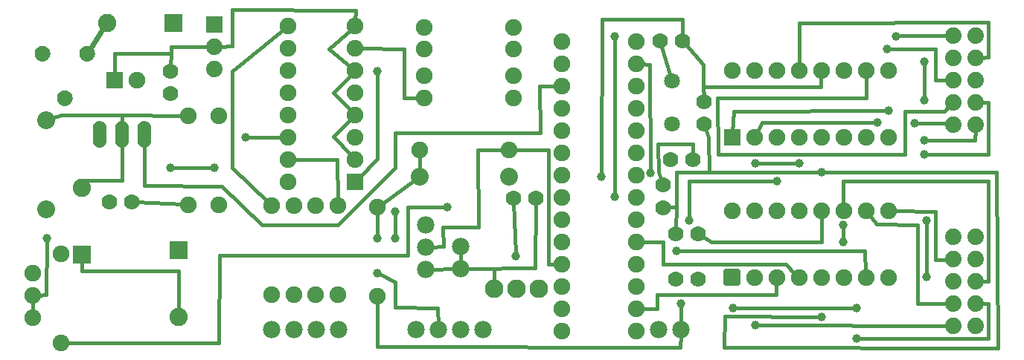
<source format=gtl>
G04 MADE WITH FRITZING*
G04 WWW.FRITZING.ORG*
G04 DOUBLE SIDED*
G04 HOLES PLATED*
G04 CONTOUR ON CENTER OF CONTOUR VECTOR*
%ASAXBY*%
%FSLAX23Y23*%
%MOIN*%
%OFA0B0*%
%SFA1.0B1.0*%
%ADD10C,0.074000*%
%ADD11C,0.039370*%
%ADD12C,0.070925*%
%ADD13C,0.070866*%
%ADD14C,0.070000*%
%ADD15C,0.082000*%
%ADD16C,0.078000*%
%ADD17C,0.083307*%
%ADD18C,0.075000*%
%ADD19C,0.060000*%
%ADD20C,0.080000*%
%ADD21C,0.074667*%
%ADD22C,0.074695*%
%ADD23R,0.082000X0.082000*%
%ADD24R,0.075000X0.075000*%
%ADD25R,0.000150X0.000150*%
%ADD26C,0.016000*%
%ADD27C,0.024000*%
%ADD28C,0.020000*%
%ADD29R,0.001000X0.001000*%
%LNCOPPER1*%
G90*
G70*
G54D10*
X4177Y533D03*
X4277Y533D03*
X4177Y433D03*
X4277Y433D03*
X4177Y333D03*
X4277Y333D03*
X4177Y233D03*
X4277Y233D03*
X4177Y133D03*
X4277Y133D03*
X4177Y533D03*
X4277Y533D03*
X4177Y433D03*
X4277Y433D03*
X4177Y333D03*
X4277Y333D03*
X4177Y233D03*
X4277Y233D03*
X4177Y133D03*
X4277Y133D03*
G54D11*
X3838Y1049D03*
X4004Y1045D03*
X2217Y449D03*
X2957Y234D03*
G54D12*
X2917Y1041D03*
G54D13*
X2917Y1234D03*
G54D14*
X3013Y880D03*
X2913Y880D03*
X2964Y1415D03*
X2864Y1415D03*
G54D11*
X4047Y966D03*
X4047Y1148D03*
X3921Y1435D03*
X4047Y903D03*
X3883Y1377D03*
X3292Y864D03*
X3488Y864D03*
X3192Y215D03*
X3744Y215D03*
X3744Y76D03*
X3685Y589D03*
X3685Y510D03*
X4058Y608D03*
X4058Y353D03*
X1598Y1277D03*
X1008Y982D03*
X870Y844D03*
X673Y844D03*
X3587Y825D03*
X2661Y1435D03*
X2661Y714D03*
X2996Y608D03*
X3390Y785D03*
X2823Y821D03*
X3291Y136D03*
X3587Y175D03*
X1677Y648D03*
X1677Y529D03*
X1598Y529D03*
X3890Y1100D03*
X2937Y470D03*
X1913Y667D03*
X2602Y805D03*
X1598Y372D03*
X4047Y1321D03*
G54D14*
X2935Y549D03*
X3035Y549D03*
X3063Y1041D03*
X3063Y1141D03*
G54D15*
X709Y474D03*
X709Y174D03*
G54D16*
X1424Y116D03*
X1324Y116D03*
X1224Y116D03*
X1124Y116D03*
G54D17*
X2322Y301D03*
X2222Y301D03*
X2122Y301D03*
G54D16*
X2857Y116D03*
X2957Y116D03*
X1972Y492D03*
X1972Y392D03*
X1815Y588D03*
X1815Y488D03*
X1815Y388D03*
G54D18*
X1789Y923D03*
X2189Y923D03*
X890Y1079D03*
X890Y679D03*
G54D10*
X4177Y1438D03*
X4277Y1438D03*
X4177Y1338D03*
X4277Y1338D03*
X4177Y1238D03*
X4277Y1238D03*
X4177Y1138D03*
X4277Y1138D03*
X4177Y1038D03*
X4277Y1038D03*
X4177Y1438D03*
X4277Y1438D03*
X4177Y1338D03*
X4277Y1338D03*
X4177Y1238D03*
X4277Y1238D03*
X4177Y1138D03*
X4277Y1138D03*
X4177Y1038D03*
X4277Y1038D03*
G54D16*
X1772Y116D03*
X1872Y116D03*
X1972Y116D03*
X2072Y116D03*
G54D18*
X2758Y111D03*
X2758Y211D03*
X2758Y311D03*
X2758Y411D03*
X2758Y511D03*
X2758Y611D03*
X2758Y711D03*
X2758Y811D03*
X2758Y911D03*
X2758Y1011D03*
X2758Y1111D03*
X2758Y1211D03*
X2758Y1311D03*
X2425Y1411D03*
X2425Y1311D03*
X2425Y1211D03*
X2425Y1111D03*
X2425Y1011D03*
X2425Y911D03*
X2425Y811D03*
X2425Y711D03*
X2425Y611D03*
X2425Y511D03*
X2425Y411D03*
X2425Y311D03*
X2425Y211D03*
X2425Y111D03*
X2758Y1411D03*
X2758Y111D03*
X2758Y211D03*
X2758Y311D03*
X2758Y411D03*
X2758Y511D03*
X2758Y611D03*
X2758Y711D03*
X2758Y811D03*
X2758Y911D03*
X2758Y1011D03*
X2758Y1111D03*
X2758Y1211D03*
X2758Y1311D03*
X2425Y1411D03*
X2425Y1311D03*
X2425Y1211D03*
X2425Y1111D03*
X2425Y1011D03*
X2425Y911D03*
X2425Y811D03*
X2425Y711D03*
X2425Y611D03*
X2425Y511D03*
X2425Y411D03*
X2425Y311D03*
X2425Y211D03*
X2425Y111D03*
X2758Y1411D03*
G54D10*
X870Y1488D03*
X870Y1388D03*
X870Y1288D03*
X870Y1488D03*
X870Y1388D03*
X870Y1288D03*
G54D18*
X1500Y781D03*
X1200Y781D03*
X1500Y881D03*
X1200Y881D03*
X1500Y981D03*
X1200Y981D03*
X1500Y1081D03*
X1200Y1081D03*
X1500Y1181D03*
X1200Y1181D03*
X1500Y1281D03*
X1200Y1281D03*
X1500Y1381D03*
X1200Y1381D03*
X1500Y1481D03*
X1200Y1481D03*
G54D14*
X299Y1356D03*
X99Y1356D03*
X199Y1156D03*
G54D18*
X3187Y352D03*
X3187Y652D03*
X3287Y352D03*
X3287Y652D03*
X3387Y352D03*
X3387Y652D03*
X3487Y352D03*
X3487Y652D03*
X3587Y352D03*
X3587Y652D03*
X3687Y352D03*
X3687Y652D03*
X3787Y352D03*
X3787Y652D03*
X3887Y352D03*
X3887Y652D03*
X3187Y982D03*
X3187Y1282D03*
X3287Y982D03*
X3287Y1282D03*
X3387Y982D03*
X3387Y1282D03*
X3487Y982D03*
X3487Y1282D03*
X3587Y982D03*
X3587Y1282D03*
X3687Y982D03*
X3687Y1282D03*
X3787Y982D03*
X3787Y1282D03*
X3887Y982D03*
X3887Y1282D03*
G54D15*
X685Y1494D03*
X387Y1494D03*
G54D19*
X555Y994D03*
X455Y994D03*
X355Y994D03*
X555Y994D03*
X455Y994D03*
X355Y994D03*
G54D18*
X421Y1238D03*
X521Y1238D03*
G54D14*
X673Y1279D03*
X673Y1179D03*
G54D18*
X1126Y674D03*
X1126Y274D03*
X1224Y674D03*
X1224Y274D03*
X1323Y674D03*
X1323Y274D03*
X1421Y674D03*
X1421Y274D03*
X2209Y1159D03*
X1809Y1159D03*
X2209Y1258D03*
X1809Y1258D03*
X2209Y1376D03*
X1809Y1376D03*
X2209Y1474D03*
X1809Y1474D03*
G54D20*
X114Y1059D03*
X114Y659D03*
G54D18*
X752Y1079D03*
X752Y679D03*
G54D14*
X398Y691D03*
X498Y691D03*
G54D15*
X275Y455D03*
X275Y753D03*
G54D20*
X2189Y805D03*
X1789Y805D03*
G54D14*
X2309Y707D03*
X2209Y707D03*
X2878Y665D03*
X2878Y766D03*
G54D18*
X1598Y667D03*
X1598Y267D03*
G54D14*
X3035Y344D03*
X2935Y344D03*
G54D18*
X181Y457D03*
X181Y57D03*
G54D21*
X55Y171D03*
X55Y271D03*
G54D22*
X55Y371D03*
G54D11*
X118Y529D03*
G54D23*
X709Y474D03*
G54D24*
X1500Y781D03*
G54D25*
X1200Y1080D03*
X1199Y1181D03*
X3486Y652D03*
G54D24*
X3187Y982D03*
G54D25*
X3486Y1282D03*
G54D23*
X686Y1494D03*
G54D24*
X421Y1238D03*
G54D23*
X275Y454D03*
G54D26*
X4303Y333D02*
X4334Y333D01*
D02*
X4152Y233D02*
X4019Y234D01*
D02*
X4152Y432D02*
X4098Y430D01*
D02*
X4303Y233D02*
X4335Y234D01*
D02*
X4152Y133D02*
X3305Y136D01*
D02*
X4145Y1045D02*
X4152Y1044D01*
D02*
X4017Y1045D02*
X4145Y1045D01*
D02*
X2911Y1255D02*
X2870Y1396D01*
D02*
X3058Y1309D02*
X2978Y1400D01*
D02*
X3057Y1206D02*
X3058Y1309D01*
D02*
X2965Y1510D02*
X2965Y1436D01*
D02*
X3012Y951D02*
X3013Y900D01*
D02*
X2854Y951D02*
X3012Y951D01*
D02*
X2858Y825D02*
X2854Y951D01*
D02*
X2217Y462D02*
X2209Y686D01*
D02*
X2122Y328D02*
X2122Y392D01*
D02*
X2122Y392D02*
X1997Y392D01*
D02*
X2871Y785D02*
X2858Y825D01*
D02*
X3057Y1206D02*
X3061Y1162D01*
D02*
X3586Y1259D02*
X3586Y1207D01*
D02*
X3586Y1207D02*
X3057Y1206D01*
D02*
X2957Y141D02*
X2957Y221D01*
D02*
X2956Y38D02*
X1598Y41D01*
D02*
X1598Y41D02*
X1598Y244D01*
D02*
X2957Y91D02*
X2956Y38D01*
D02*
X2937Y667D02*
X2935Y570D01*
D02*
X2898Y666D02*
X2937Y667D01*
D02*
X4334Y903D02*
X4061Y903D01*
D02*
X4334Y1136D02*
X4334Y903D01*
D02*
X4303Y1137D02*
X4334Y1136D01*
D02*
X4152Y1438D02*
X3934Y1436D01*
D02*
X3730Y215D02*
X3206Y215D01*
D02*
X4335Y76D02*
X3757Y76D01*
D02*
X4335Y234D02*
X4335Y76D01*
D02*
X4334Y333D02*
X4334Y785D01*
D02*
X4334Y785D02*
X3684Y785D01*
D02*
X3684Y785D02*
X3686Y675D01*
D02*
X3475Y864D02*
X3305Y864D01*
D02*
X4058Y595D02*
X4058Y366D01*
D02*
X4019Y234D02*
X4019Y589D01*
D02*
X4019Y589D02*
X3834Y592D01*
D02*
X3834Y592D02*
X3801Y634D01*
D02*
X4098Y430D02*
X4098Y648D01*
D02*
X4098Y648D02*
X3910Y652D01*
D02*
X3684Y523D02*
X3684Y575D01*
D02*
X2780Y1310D02*
X2819Y1309D01*
D02*
X1383Y1376D02*
X1482Y1295D01*
D02*
X1483Y1465D02*
X1383Y1376D01*
D02*
X1598Y884D02*
X1516Y797D01*
D02*
X1598Y1264D02*
X1598Y884D01*
D02*
X1177Y981D02*
X1021Y982D01*
D02*
X857Y844D02*
X687Y844D01*
D02*
X3188Y1005D02*
X3194Y1099D01*
D02*
X3194Y1099D02*
X3876Y1100D01*
D02*
X3082Y982D02*
X3086Y824D01*
D02*
X3069Y1022D02*
X3082Y982D01*
D02*
X3086Y824D02*
X3573Y825D01*
D02*
X2661Y1422D02*
X2661Y728D01*
D02*
X2937Y824D02*
X3086Y824D01*
D02*
X2937Y667D02*
X2937Y824D01*
D02*
X2935Y570D02*
X2937Y667D01*
D02*
X2996Y785D02*
X3376Y785D01*
D02*
X2996Y622D02*
X2996Y785D01*
D02*
X2819Y1309D02*
X2823Y834D01*
D02*
X4373Y825D02*
X3600Y825D01*
D02*
X3154Y177D02*
X3153Y38D01*
D02*
X3153Y38D02*
X4378Y34D01*
D02*
X4378Y34D02*
X4373Y825D01*
D02*
X3154Y177D02*
X3573Y175D01*
D02*
X1402Y984D02*
X1484Y897D01*
D02*
X1483Y1064D02*
X1402Y984D01*
D02*
X1402Y1181D02*
X1484Y1097D01*
D02*
X1484Y1264D02*
X1402Y1181D01*
D02*
X1677Y634D02*
X1677Y543D01*
D02*
X1598Y644D02*
X1598Y543D01*
D02*
X674Y1389D02*
X845Y1388D01*
D02*
X674Y1357D02*
X674Y1389D01*
D02*
X673Y1300D02*
X674Y1357D01*
D02*
X422Y1356D02*
X674Y1357D01*
D02*
X421Y1261D02*
X422Y1356D01*
D02*
X729Y680D02*
X518Y690D01*
G54D27*
D02*
X313Y1378D02*
X370Y1467D01*
G54D26*
D02*
X275Y789D02*
X275Y779D01*
D02*
X456Y786D02*
X275Y789D01*
D02*
X455Y968D02*
X456Y786D01*
D02*
X456Y1081D02*
X455Y1020D01*
D02*
X729Y1079D02*
X456Y1081D01*
D02*
X456Y1081D02*
X455Y1020D01*
D02*
X184Y1080D02*
X456Y1081D01*
D02*
X139Y1067D02*
X184Y1080D01*
D02*
X3487Y1493D02*
X3487Y1305D01*
D02*
X4335Y1497D02*
X3487Y1493D01*
D02*
X4334Y1340D02*
X4335Y1497D01*
D02*
X4303Y1339D02*
X4334Y1340D01*
D02*
X2853Y274D02*
X3385Y273D01*
D02*
X2780Y211D02*
X2853Y211D01*
D02*
X3385Y273D02*
X3386Y329D01*
D02*
X1223Y881D02*
X1420Y880D01*
D02*
X1717Y1159D02*
X1786Y1159D01*
D02*
X1717Y1376D02*
X1717Y1159D01*
D02*
X1523Y1380D02*
X1717Y1376D01*
D02*
X3825Y1049D02*
X3323Y1049D01*
D02*
X3961Y1096D02*
X3961Y904D01*
D02*
X4137Y1096D02*
X3961Y1096D01*
D02*
X4159Y1120D02*
X4137Y1096D01*
D02*
X3323Y1049D02*
X3297Y1002D01*
D02*
X3121Y1159D02*
X3787Y1159D01*
D02*
X3126Y904D02*
X3121Y1159D01*
D02*
X3961Y904D02*
X3126Y904D01*
D02*
X3787Y1159D02*
X3787Y1259D01*
D02*
X4152Y1238D02*
X4099Y1237D01*
D02*
X4099Y1377D02*
X3896Y1377D01*
D02*
X4099Y1237D02*
X4099Y1377D01*
D02*
X2780Y511D02*
X2878Y510D01*
D02*
X3429Y411D02*
X3470Y369D01*
D02*
X2878Y412D02*
X3429Y411D01*
D02*
X2878Y510D02*
X2878Y412D01*
D02*
X2950Y470D02*
X3783Y471D01*
D02*
X948Y844D02*
X1109Y690D01*
D02*
X1182Y1466D02*
X948Y1278D01*
D02*
X948Y1278D02*
X948Y844D01*
D02*
X3783Y471D02*
X3786Y375D01*
D02*
X2365Y412D02*
X2365Y924D01*
D02*
X2365Y924D02*
X2212Y923D01*
D02*
X2403Y412D02*
X2365Y412D01*
D02*
X2051Y576D02*
X2048Y924D01*
D02*
X1893Y576D02*
X2051Y576D01*
D02*
X2048Y924D02*
X2166Y923D01*
D02*
X1894Y490D02*
X1893Y576D01*
D02*
X1839Y489D02*
X1894Y490D01*
D02*
X2327Y1002D02*
X1678Y1001D01*
D02*
X2326Y1211D02*
X2327Y1002D01*
D02*
X2403Y1211D02*
X2326Y1211D01*
D02*
X1678Y1001D02*
X1678Y845D01*
D02*
X902Y762D02*
X555Y765D01*
D02*
X555Y765D02*
X555Y968D01*
D02*
X1082Y589D02*
X902Y762D01*
D02*
X1422Y589D02*
X1082Y589D01*
D02*
X1678Y845D02*
X1422Y589D01*
D02*
X1736Y668D02*
X1736Y450D01*
D02*
X1900Y667D02*
X1736Y668D01*
D02*
X275Y382D02*
X275Y428D01*
D02*
X709Y201D02*
X708Y380D01*
D02*
X708Y380D02*
X275Y382D01*
D02*
X1736Y450D02*
X891Y450D01*
D02*
X889Y58D02*
X204Y57D01*
D02*
X891Y450D02*
X889Y58D01*
D02*
X1972Y416D02*
X1972Y467D01*
D02*
X1839Y389D02*
X1948Y391D01*
D02*
X2605Y1510D02*
X2602Y818D01*
D02*
X3094Y510D02*
X3052Y538D01*
D02*
X3587Y510D02*
X3094Y510D01*
D02*
X3587Y629D02*
X3587Y510D01*
D02*
X2965Y1510D02*
X2605Y1510D01*
D02*
X1768Y790D02*
X1617Y681D01*
D02*
X1789Y900D02*
X1789Y831D01*
D02*
X1677Y216D02*
X1677Y332D01*
D02*
X1677Y332D02*
X1610Y366D01*
D02*
X1870Y214D02*
X1677Y216D01*
D02*
X1872Y141D02*
X1870Y214D01*
D02*
X55Y197D02*
X55Y245D01*
D02*
X1997Y392D02*
X2306Y393D01*
D02*
X2306Y393D02*
X2309Y686D01*
D02*
X1501Y1552D02*
X947Y1553D01*
D02*
X949Y1391D02*
X895Y1389D01*
D02*
X947Y1553D02*
X949Y1391D01*
D02*
X1500Y1504D02*
X1501Y1552D01*
D02*
X4047Y1161D02*
X4047Y1307D01*
D02*
X4276Y966D02*
X4061Y966D01*
D02*
X4277Y1013D02*
X4276Y966D01*
D02*
X2853Y211D02*
X2853Y274D01*
D02*
X81Y272D02*
X114Y274D01*
D02*
X114Y274D02*
X118Y516D01*
D02*
X1420Y880D02*
X1421Y697D01*
G54D28*
X3159Y380D02*
X3214Y380D01*
X3214Y325D01*
X3159Y325D01*
X3159Y380D01*
D02*
G54D29*
X833Y1524D02*
X906Y1524D01*
X833Y1523D02*
X906Y1523D01*
X833Y1522D02*
X906Y1522D01*
X833Y1521D02*
X906Y1521D01*
X833Y1520D02*
X906Y1520D01*
X833Y1519D02*
X906Y1519D01*
X833Y1518D02*
X906Y1518D01*
X833Y1517D02*
X906Y1517D01*
X833Y1516D02*
X906Y1516D01*
X833Y1515D02*
X906Y1515D01*
X833Y1514D02*
X906Y1514D01*
X833Y1513D02*
X906Y1513D01*
X833Y1512D02*
X906Y1512D01*
X833Y1511D02*
X906Y1511D01*
X833Y1510D02*
X906Y1510D01*
X833Y1509D02*
X906Y1509D01*
X833Y1508D02*
X906Y1508D01*
X833Y1507D02*
X865Y1507D01*
X874Y1507D02*
X906Y1507D01*
X833Y1506D02*
X862Y1506D01*
X877Y1506D02*
X906Y1506D01*
X833Y1505D02*
X860Y1505D01*
X879Y1505D02*
X906Y1505D01*
X833Y1504D02*
X858Y1504D01*
X881Y1504D02*
X906Y1504D01*
X833Y1503D02*
X857Y1503D01*
X882Y1503D02*
X906Y1503D01*
X833Y1502D02*
X855Y1502D01*
X883Y1502D02*
X906Y1502D01*
X833Y1501D02*
X854Y1501D01*
X884Y1501D02*
X906Y1501D01*
X833Y1500D02*
X854Y1500D01*
X885Y1500D02*
X906Y1500D01*
X833Y1499D02*
X853Y1499D01*
X886Y1499D02*
X906Y1499D01*
X833Y1498D02*
X852Y1498D01*
X887Y1498D02*
X906Y1498D01*
X833Y1497D02*
X852Y1497D01*
X887Y1497D02*
X906Y1497D01*
X833Y1496D02*
X851Y1496D01*
X888Y1496D02*
X906Y1496D01*
X833Y1495D02*
X851Y1495D01*
X888Y1495D02*
X906Y1495D01*
X833Y1494D02*
X850Y1494D01*
X888Y1494D02*
X906Y1494D01*
X833Y1493D02*
X850Y1493D01*
X889Y1493D02*
X906Y1493D01*
X833Y1492D02*
X850Y1492D01*
X889Y1492D02*
X906Y1492D01*
X833Y1491D02*
X850Y1491D01*
X889Y1491D02*
X906Y1491D01*
X833Y1490D02*
X849Y1490D01*
X889Y1490D02*
X906Y1490D01*
X833Y1489D02*
X849Y1489D01*
X889Y1489D02*
X906Y1489D01*
X833Y1488D02*
X849Y1488D01*
X890Y1488D02*
X906Y1488D01*
X833Y1487D02*
X849Y1487D01*
X889Y1487D02*
X906Y1487D01*
X833Y1486D02*
X849Y1486D01*
X889Y1486D02*
X906Y1486D01*
X833Y1485D02*
X849Y1485D01*
X889Y1485D02*
X906Y1485D01*
X833Y1484D02*
X850Y1484D01*
X889Y1484D02*
X906Y1484D01*
X833Y1483D02*
X850Y1483D01*
X889Y1483D02*
X906Y1483D01*
X833Y1482D02*
X850Y1482D01*
X889Y1482D02*
X906Y1482D01*
X833Y1481D02*
X850Y1481D01*
X888Y1481D02*
X906Y1481D01*
X833Y1480D02*
X851Y1480D01*
X888Y1480D02*
X906Y1480D01*
X833Y1479D02*
X851Y1479D01*
X887Y1479D02*
X906Y1479D01*
X833Y1478D02*
X852Y1478D01*
X887Y1478D02*
X906Y1478D01*
X833Y1477D02*
X852Y1477D01*
X886Y1477D02*
X906Y1477D01*
X833Y1476D02*
X853Y1476D01*
X886Y1476D02*
X906Y1476D01*
X833Y1475D02*
X854Y1475D01*
X885Y1475D02*
X906Y1475D01*
X833Y1474D02*
X855Y1474D01*
X884Y1474D02*
X906Y1474D01*
X833Y1473D02*
X856Y1473D01*
X883Y1473D02*
X906Y1473D01*
X833Y1472D02*
X857Y1472D01*
X882Y1472D02*
X906Y1472D01*
X833Y1471D02*
X859Y1471D01*
X880Y1471D02*
X906Y1471D01*
X833Y1470D02*
X861Y1470D01*
X878Y1470D02*
X906Y1470D01*
X833Y1469D02*
X863Y1469D01*
X876Y1469D02*
X906Y1469D01*
X833Y1468D02*
X906Y1468D01*
X833Y1467D02*
X906Y1467D01*
X833Y1466D02*
X906Y1466D01*
X833Y1465D02*
X906Y1465D01*
X833Y1464D02*
X906Y1464D01*
X833Y1463D02*
X906Y1463D01*
X833Y1462D02*
X906Y1462D01*
X833Y1461D02*
X906Y1461D01*
X833Y1460D02*
X906Y1460D01*
X833Y1459D02*
X906Y1459D01*
X833Y1458D02*
X906Y1458D01*
X833Y1457D02*
X906Y1457D01*
X833Y1456D02*
X906Y1456D01*
X833Y1455D02*
X906Y1455D01*
X833Y1454D02*
X906Y1454D01*
X833Y1453D02*
X906Y1453D01*
X833Y1452D02*
X906Y1452D01*
X833Y1451D02*
X906Y1451D01*
X95Y1391D02*
X102Y1391D01*
X295Y1391D02*
X302Y1391D01*
X90Y1390D02*
X107Y1390D01*
X290Y1390D02*
X307Y1390D01*
X87Y1389D02*
X110Y1389D01*
X287Y1389D02*
X310Y1389D01*
X85Y1388D02*
X112Y1388D01*
X285Y1388D02*
X312Y1388D01*
X83Y1387D02*
X114Y1387D01*
X283Y1387D02*
X314Y1387D01*
X81Y1386D02*
X116Y1386D01*
X281Y1386D02*
X316Y1386D01*
X79Y1385D02*
X118Y1385D01*
X279Y1385D02*
X318Y1385D01*
X78Y1384D02*
X119Y1384D01*
X278Y1384D02*
X319Y1384D01*
X77Y1383D02*
X121Y1383D01*
X277Y1383D02*
X321Y1383D01*
X75Y1382D02*
X122Y1382D01*
X275Y1382D02*
X322Y1382D01*
X74Y1381D02*
X123Y1381D01*
X274Y1381D02*
X323Y1381D01*
X73Y1380D02*
X124Y1380D01*
X273Y1380D02*
X324Y1380D01*
X73Y1379D02*
X125Y1379D01*
X273Y1379D02*
X325Y1379D01*
X72Y1378D02*
X125Y1378D01*
X272Y1378D02*
X325Y1378D01*
X71Y1377D02*
X126Y1377D01*
X271Y1377D02*
X326Y1377D01*
X70Y1376D02*
X127Y1376D01*
X270Y1376D02*
X327Y1376D01*
X70Y1375D02*
X127Y1375D01*
X270Y1375D02*
X327Y1375D01*
X69Y1374D02*
X128Y1374D01*
X269Y1374D02*
X328Y1374D01*
X69Y1373D02*
X129Y1373D01*
X269Y1373D02*
X329Y1373D01*
X68Y1372D02*
X129Y1372D01*
X268Y1372D02*
X329Y1372D01*
X68Y1371D02*
X95Y1371D01*
X102Y1371D02*
X130Y1371D01*
X268Y1371D02*
X295Y1371D01*
X302Y1371D02*
X330Y1371D01*
X67Y1370D02*
X92Y1370D01*
X105Y1370D02*
X130Y1370D01*
X267Y1370D02*
X292Y1370D01*
X305Y1370D02*
X330Y1370D01*
X67Y1369D02*
X90Y1369D01*
X107Y1369D02*
X130Y1369D01*
X267Y1369D02*
X290Y1369D01*
X307Y1369D02*
X330Y1369D01*
X66Y1368D02*
X89Y1368D01*
X108Y1368D02*
X131Y1368D01*
X266Y1368D02*
X289Y1368D01*
X308Y1368D02*
X331Y1368D01*
X66Y1367D02*
X88Y1367D01*
X110Y1367D02*
X131Y1367D01*
X266Y1367D02*
X288Y1367D01*
X310Y1367D02*
X331Y1367D01*
X66Y1366D02*
X87Y1366D01*
X110Y1366D02*
X132Y1366D01*
X266Y1366D02*
X287Y1366D01*
X310Y1366D02*
X332Y1366D01*
X65Y1365D02*
X86Y1365D01*
X111Y1365D02*
X132Y1365D01*
X265Y1365D02*
X286Y1365D01*
X311Y1365D02*
X332Y1365D01*
X65Y1364D02*
X85Y1364D01*
X112Y1364D02*
X132Y1364D01*
X265Y1364D02*
X285Y1364D01*
X312Y1364D02*
X332Y1364D01*
X65Y1363D02*
X85Y1363D01*
X113Y1363D02*
X132Y1363D01*
X265Y1363D02*
X285Y1363D01*
X313Y1363D02*
X332Y1363D01*
X65Y1362D02*
X84Y1362D01*
X113Y1362D02*
X132Y1362D01*
X265Y1362D02*
X284Y1362D01*
X313Y1362D02*
X332Y1362D01*
X65Y1361D02*
X84Y1361D01*
X113Y1361D02*
X133Y1361D01*
X264Y1361D02*
X284Y1361D01*
X313Y1361D02*
X333Y1361D01*
X64Y1360D02*
X83Y1360D01*
X114Y1360D02*
X133Y1360D01*
X264Y1360D02*
X283Y1360D01*
X314Y1360D02*
X333Y1360D01*
X64Y1359D02*
X83Y1359D01*
X114Y1359D02*
X133Y1359D01*
X264Y1359D02*
X283Y1359D01*
X314Y1359D02*
X333Y1359D01*
X64Y1358D02*
X83Y1358D01*
X114Y1358D02*
X133Y1358D01*
X264Y1358D02*
X283Y1358D01*
X314Y1358D02*
X333Y1358D01*
X64Y1357D02*
X83Y1357D01*
X114Y1357D02*
X133Y1357D01*
X264Y1357D02*
X283Y1357D01*
X314Y1357D02*
X333Y1357D01*
X64Y1356D02*
X83Y1356D01*
X114Y1356D02*
X133Y1356D01*
X264Y1356D02*
X283Y1356D01*
X314Y1356D02*
X333Y1356D01*
X64Y1355D02*
X83Y1355D01*
X114Y1355D02*
X133Y1355D01*
X264Y1355D02*
X283Y1355D01*
X314Y1355D02*
X333Y1355D01*
X64Y1354D02*
X83Y1354D01*
X114Y1354D02*
X133Y1354D01*
X264Y1354D02*
X283Y1354D01*
X314Y1354D02*
X333Y1354D01*
X64Y1353D02*
X83Y1353D01*
X114Y1353D02*
X133Y1353D01*
X264Y1353D02*
X283Y1353D01*
X314Y1353D02*
X333Y1353D01*
X64Y1352D02*
X84Y1352D01*
X114Y1352D02*
X133Y1352D01*
X264Y1352D02*
X284Y1352D01*
X314Y1352D02*
X333Y1352D01*
X65Y1351D02*
X84Y1351D01*
X113Y1351D02*
X133Y1351D01*
X265Y1351D02*
X284Y1351D01*
X313Y1351D02*
X333Y1351D01*
X65Y1350D02*
X84Y1350D01*
X113Y1350D02*
X132Y1350D01*
X265Y1350D02*
X284Y1350D01*
X313Y1350D02*
X332Y1350D01*
X65Y1349D02*
X85Y1349D01*
X112Y1349D02*
X132Y1349D01*
X265Y1349D02*
X285Y1349D01*
X312Y1349D02*
X332Y1349D01*
X65Y1348D02*
X86Y1348D01*
X112Y1348D02*
X132Y1348D01*
X265Y1348D02*
X285Y1348D01*
X312Y1348D02*
X332Y1348D01*
X66Y1347D02*
X86Y1347D01*
X111Y1347D02*
X132Y1347D01*
X266Y1347D02*
X286Y1347D01*
X311Y1347D02*
X332Y1347D01*
X66Y1346D02*
X87Y1346D01*
X110Y1346D02*
X131Y1346D01*
X266Y1346D02*
X287Y1346D01*
X310Y1346D02*
X331Y1346D01*
X66Y1345D02*
X88Y1345D01*
X109Y1345D02*
X131Y1345D01*
X266Y1345D02*
X288Y1345D01*
X309Y1345D02*
X331Y1345D01*
X67Y1344D02*
X89Y1344D01*
X108Y1344D02*
X131Y1344D01*
X267Y1344D02*
X289Y1344D01*
X308Y1344D02*
X331Y1344D01*
X67Y1343D02*
X91Y1343D01*
X106Y1343D02*
X130Y1343D01*
X267Y1343D02*
X291Y1343D01*
X306Y1343D02*
X330Y1343D01*
X67Y1342D02*
X93Y1342D01*
X104Y1342D02*
X130Y1342D01*
X267Y1342D02*
X293Y1342D01*
X304Y1342D02*
X330Y1342D01*
X68Y1341D02*
X129Y1341D01*
X268Y1341D02*
X329Y1341D01*
X68Y1340D02*
X129Y1340D01*
X268Y1340D02*
X329Y1340D01*
X69Y1339D02*
X128Y1339D01*
X269Y1339D02*
X328Y1339D01*
X69Y1338D02*
X128Y1338D01*
X269Y1338D02*
X328Y1338D01*
X70Y1337D02*
X127Y1337D01*
X270Y1337D02*
X327Y1337D01*
X71Y1336D02*
X126Y1336D01*
X271Y1336D02*
X326Y1336D01*
X71Y1335D02*
X126Y1335D01*
X271Y1335D02*
X326Y1335D01*
X72Y1334D02*
X125Y1334D01*
X272Y1334D02*
X325Y1334D01*
X73Y1333D02*
X124Y1333D01*
X273Y1333D02*
X324Y1333D01*
X74Y1332D02*
X123Y1332D01*
X274Y1332D02*
X323Y1332D01*
X75Y1331D02*
X122Y1331D01*
X275Y1331D02*
X322Y1331D01*
X76Y1330D02*
X121Y1330D01*
X276Y1330D02*
X321Y1330D01*
X77Y1329D02*
X120Y1329D01*
X277Y1329D02*
X320Y1329D01*
X79Y1328D02*
X118Y1328D01*
X279Y1328D02*
X318Y1328D01*
X80Y1327D02*
X117Y1327D01*
X280Y1327D02*
X317Y1327D01*
X82Y1326D02*
X115Y1326D01*
X282Y1326D02*
X315Y1326D01*
X84Y1325D02*
X113Y1325D01*
X284Y1325D02*
X313Y1325D01*
X86Y1324D02*
X111Y1324D01*
X286Y1324D02*
X311Y1324D01*
X89Y1323D02*
X108Y1323D01*
X289Y1323D02*
X308Y1323D01*
X93Y1322D02*
X105Y1322D01*
X293Y1322D02*
X304Y1322D01*
X195Y1191D02*
X202Y1191D01*
X190Y1190D02*
X207Y1190D01*
X187Y1189D02*
X210Y1189D01*
X185Y1188D02*
X212Y1188D01*
X183Y1187D02*
X215Y1187D01*
X181Y1186D02*
X216Y1186D01*
X179Y1185D02*
X218Y1185D01*
X178Y1184D02*
X219Y1184D01*
X176Y1183D02*
X221Y1183D01*
X175Y1182D02*
X222Y1182D01*
X174Y1181D02*
X223Y1181D01*
X173Y1180D02*
X224Y1180D01*
X172Y1179D02*
X225Y1179D01*
X172Y1178D02*
X225Y1178D01*
X171Y1177D02*
X226Y1177D01*
X170Y1176D02*
X227Y1176D01*
X170Y1175D02*
X227Y1175D01*
X169Y1174D02*
X228Y1174D01*
X168Y1173D02*
X229Y1173D01*
X168Y1172D02*
X229Y1172D01*
X168Y1171D02*
X194Y1171D01*
X203Y1171D02*
X230Y1171D01*
X167Y1170D02*
X192Y1170D01*
X206Y1170D02*
X230Y1170D01*
X167Y1169D02*
X190Y1169D01*
X207Y1169D02*
X230Y1169D01*
X166Y1168D02*
X189Y1168D01*
X208Y1168D02*
X231Y1168D01*
X166Y1167D02*
X188Y1167D01*
X210Y1167D02*
X231Y1167D01*
X166Y1166D02*
X187Y1166D01*
X211Y1166D02*
X232Y1166D01*
X165Y1165D02*
X186Y1165D01*
X211Y1165D02*
X232Y1165D01*
X165Y1164D02*
X185Y1164D01*
X212Y1164D02*
X232Y1164D01*
X165Y1163D02*
X185Y1163D01*
X213Y1163D02*
X232Y1163D01*
X165Y1162D02*
X184Y1162D01*
X213Y1162D02*
X233Y1162D01*
X164Y1161D02*
X184Y1161D01*
X213Y1161D02*
X233Y1161D01*
X164Y1160D02*
X183Y1160D01*
X214Y1160D02*
X233Y1160D01*
X164Y1159D02*
X183Y1159D01*
X214Y1159D02*
X233Y1159D01*
X164Y1158D02*
X183Y1158D01*
X214Y1158D02*
X233Y1158D01*
X164Y1157D02*
X183Y1157D01*
X214Y1157D02*
X233Y1157D01*
X164Y1156D02*
X183Y1156D01*
X214Y1156D02*
X233Y1156D01*
X164Y1155D02*
X183Y1155D01*
X214Y1155D02*
X233Y1155D01*
X164Y1154D02*
X183Y1154D01*
X214Y1154D02*
X233Y1154D01*
X164Y1153D02*
X183Y1153D01*
X214Y1153D02*
X233Y1153D01*
X164Y1152D02*
X184Y1152D01*
X214Y1152D02*
X233Y1152D01*
X165Y1151D02*
X184Y1151D01*
X213Y1151D02*
X233Y1151D01*
X165Y1150D02*
X184Y1150D01*
X213Y1150D02*
X232Y1150D01*
X165Y1149D02*
X185Y1149D01*
X212Y1149D02*
X232Y1149D01*
X165Y1148D02*
X186Y1148D01*
X212Y1148D02*
X232Y1148D01*
X166Y1147D02*
X186Y1147D01*
X211Y1147D02*
X232Y1147D01*
X166Y1146D02*
X187Y1146D01*
X210Y1146D02*
X231Y1146D01*
X166Y1145D02*
X188Y1145D01*
X209Y1145D02*
X231Y1145D01*
X167Y1144D02*
X189Y1144D01*
X208Y1144D02*
X231Y1144D01*
X167Y1143D02*
X191Y1143D01*
X206Y1143D02*
X230Y1143D01*
X167Y1142D02*
X193Y1142D01*
X204Y1142D02*
X230Y1142D01*
X168Y1141D02*
X229Y1141D01*
X168Y1140D02*
X229Y1140D01*
X169Y1139D02*
X228Y1139D01*
X169Y1138D02*
X228Y1138D01*
X170Y1137D02*
X227Y1137D01*
X171Y1136D02*
X226Y1136D01*
X171Y1135D02*
X226Y1135D01*
X172Y1134D02*
X225Y1134D01*
X173Y1133D02*
X224Y1133D01*
X174Y1132D02*
X223Y1132D01*
X175Y1131D02*
X222Y1131D01*
X176Y1130D02*
X221Y1130D01*
X177Y1129D02*
X220Y1129D01*
X179Y1128D02*
X218Y1128D01*
X180Y1127D02*
X217Y1127D01*
X182Y1126D02*
X215Y1126D01*
X184Y1125D02*
X213Y1125D01*
X186Y1124D02*
X211Y1124D01*
X189Y1123D02*
X208Y1123D01*
X193Y1122D02*
X204Y1122D01*
X352Y1054D02*
X357Y1054D01*
X452Y1054D02*
X457Y1054D01*
X552Y1054D02*
X557Y1054D01*
X347Y1053D02*
X362Y1053D01*
X447Y1053D02*
X462Y1053D01*
X547Y1053D02*
X562Y1053D01*
X344Y1052D02*
X365Y1052D01*
X444Y1052D02*
X465Y1052D01*
X544Y1052D02*
X565Y1052D01*
X342Y1051D02*
X367Y1051D01*
X442Y1051D02*
X467Y1051D01*
X542Y1051D02*
X567Y1051D01*
X340Y1050D02*
X369Y1050D01*
X440Y1050D02*
X469Y1050D01*
X540Y1050D02*
X569Y1050D01*
X338Y1049D02*
X371Y1049D01*
X438Y1049D02*
X471Y1049D01*
X538Y1049D02*
X571Y1049D01*
X337Y1048D02*
X372Y1048D01*
X437Y1048D02*
X472Y1048D01*
X537Y1048D02*
X572Y1048D01*
X336Y1047D02*
X373Y1047D01*
X436Y1047D02*
X473Y1047D01*
X536Y1047D02*
X573Y1047D01*
X334Y1046D02*
X375Y1046D01*
X434Y1046D02*
X475Y1046D01*
X534Y1046D02*
X575Y1046D01*
X333Y1045D02*
X376Y1045D01*
X433Y1045D02*
X476Y1045D01*
X533Y1045D02*
X576Y1045D01*
X332Y1044D02*
X376Y1044D01*
X432Y1044D02*
X476Y1044D01*
X532Y1044D02*
X576Y1044D01*
X332Y1043D02*
X377Y1043D01*
X432Y1043D02*
X477Y1043D01*
X532Y1043D02*
X577Y1043D01*
X331Y1042D02*
X378Y1042D01*
X431Y1042D02*
X478Y1042D01*
X531Y1042D02*
X578Y1042D01*
X330Y1041D02*
X379Y1041D01*
X430Y1041D02*
X479Y1041D01*
X530Y1041D02*
X579Y1041D01*
X330Y1040D02*
X379Y1040D01*
X430Y1040D02*
X479Y1040D01*
X529Y1040D02*
X579Y1040D01*
X329Y1039D02*
X380Y1039D01*
X429Y1039D02*
X480Y1039D01*
X529Y1039D02*
X580Y1039D01*
X328Y1038D02*
X381Y1038D01*
X428Y1038D02*
X481Y1038D01*
X528Y1038D02*
X581Y1038D01*
X328Y1037D02*
X381Y1037D01*
X428Y1037D02*
X481Y1037D01*
X528Y1037D02*
X581Y1037D01*
X327Y1036D02*
X382Y1036D01*
X427Y1036D02*
X482Y1036D01*
X527Y1036D02*
X582Y1036D01*
X327Y1035D02*
X382Y1035D01*
X427Y1035D02*
X482Y1035D01*
X527Y1035D02*
X582Y1035D01*
X327Y1034D02*
X382Y1034D01*
X427Y1034D02*
X482Y1034D01*
X527Y1034D02*
X582Y1034D01*
X326Y1033D02*
X383Y1033D01*
X426Y1033D02*
X483Y1033D01*
X526Y1033D02*
X583Y1033D01*
X326Y1032D02*
X383Y1032D01*
X426Y1032D02*
X483Y1032D01*
X526Y1032D02*
X583Y1032D01*
X326Y1031D02*
X383Y1031D01*
X426Y1031D02*
X483Y1031D01*
X526Y1031D02*
X583Y1031D01*
X326Y1030D02*
X383Y1030D01*
X426Y1030D02*
X483Y1030D01*
X526Y1030D02*
X583Y1030D01*
X325Y1029D02*
X384Y1029D01*
X425Y1029D02*
X484Y1029D01*
X525Y1029D02*
X584Y1029D01*
X325Y1028D02*
X384Y1028D01*
X425Y1028D02*
X484Y1028D01*
X525Y1028D02*
X584Y1028D01*
X325Y1027D02*
X384Y1027D01*
X425Y1027D02*
X484Y1027D01*
X525Y1027D02*
X584Y1027D01*
X325Y1026D02*
X384Y1026D01*
X425Y1026D02*
X484Y1026D01*
X525Y1026D02*
X584Y1026D01*
X325Y1025D02*
X384Y1025D01*
X425Y1025D02*
X484Y1025D01*
X525Y1025D02*
X584Y1025D01*
X325Y1024D02*
X384Y1024D01*
X425Y1024D02*
X484Y1024D01*
X525Y1024D02*
X584Y1024D01*
X325Y1023D02*
X384Y1023D01*
X425Y1023D02*
X484Y1023D01*
X525Y1023D02*
X584Y1023D01*
X325Y1022D02*
X384Y1022D01*
X425Y1022D02*
X484Y1022D01*
X525Y1022D02*
X584Y1022D01*
X325Y1021D02*
X384Y1021D01*
X425Y1021D02*
X484Y1021D01*
X525Y1021D02*
X584Y1021D01*
X325Y1020D02*
X384Y1020D01*
X425Y1020D02*
X484Y1020D01*
X525Y1020D02*
X584Y1020D01*
X325Y1019D02*
X384Y1019D01*
X425Y1019D02*
X484Y1019D01*
X525Y1019D02*
X584Y1019D01*
X325Y1018D02*
X384Y1018D01*
X425Y1018D02*
X484Y1018D01*
X525Y1018D02*
X584Y1018D01*
X325Y1017D02*
X384Y1017D01*
X425Y1017D02*
X484Y1017D01*
X525Y1017D02*
X584Y1017D01*
X325Y1016D02*
X384Y1016D01*
X425Y1016D02*
X484Y1016D01*
X525Y1016D02*
X584Y1016D01*
X325Y1015D02*
X384Y1015D01*
X425Y1015D02*
X484Y1015D01*
X525Y1015D02*
X584Y1015D01*
X325Y1014D02*
X352Y1014D01*
X357Y1014D02*
X384Y1014D01*
X425Y1014D02*
X452Y1014D01*
X457Y1014D02*
X484Y1014D01*
X525Y1014D02*
X552Y1014D01*
X557Y1014D02*
X584Y1014D01*
X325Y1013D02*
X347Y1013D01*
X362Y1013D02*
X384Y1013D01*
X425Y1013D02*
X447Y1013D01*
X462Y1013D02*
X484Y1013D01*
X525Y1013D02*
X547Y1013D01*
X562Y1013D02*
X584Y1013D01*
X325Y1012D02*
X345Y1012D01*
X364Y1012D02*
X384Y1012D01*
X425Y1012D02*
X445Y1012D01*
X464Y1012D02*
X484Y1012D01*
X525Y1012D02*
X545Y1012D01*
X564Y1012D02*
X584Y1012D01*
X325Y1011D02*
X343Y1011D01*
X366Y1011D02*
X384Y1011D01*
X425Y1011D02*
X443Y1011D01*
X466Y1011D02*
X484Y1011D01*
X525Y1011D02*
X543Y1011D01*
X566Y1011D02*
X584Y1011D01*
X325Y1010D02*
X342Y1010D01*
X367Y1010D02*
X384Y1010D01*
X425Y1010D02*
X442Y1010D01*
X467Y1010D02*
X484Y1010D01*
X525Y1010D02*
X542Y1010D01*
X567Y1010D02*
X584Y1010D01*
X325Y1009D02*
X341Y1009D01*
X368Y1009D02*
X384Y1009D01*
X425Y1009D02*
X441Y1009D01*
X468Y1009D02*
X484Y1009D01*
X525Y1009D02*
X541Y1009D01*
X568Y1009D02*
X584Y1009D01*
X325Y1008D02*
X340Y1008D01*
X369Y1008D02*
X384Y1008D01*
X425Y1008D02*
X440Y1008D01*
X469Y1008D02*
X484Y1008D01*
X525Y1008D02*
X540Y1008D01*
X569Y1008D02*
X584Y1008D01*
X325Y1007D02*
X339Y1007D01*
X370Y1007D02*
X384Y1007D01*
X425Y1007D02*
X439Y1007D01*
X470Y1007D02*
X484Y1007D01*
X525Y1007D02*
X539Y1007D01*
X570Y1007D02*
X584Y1007D01*
X325Y1006D02*
X338Y1006D01*
X371Y1006D02*
X384Y1006D01*
X425Y1006D02*
X438Y1006D01*
X471Y1006D02*
X484Y1006D01*
X525Y1006D02*
X538Y1006D01*
X571Y1006D02*
X584Y1006D01*
X325Y1005D02*
X337Y1005D01*
X372Y1005D02*
X384Y1005D01*
X425Y1005D02*
X437Y1005D01*
X472Y1005D02*
X484Y1005D01*
X525Y1005D02*
X537Y1005D01*
X572Y1005D02*
X584Y1005D01*
X325Y1004D02*
X337Y1004D01*
X372Y1004D02*
X384Y1004D01*
X425Y1004D02*
X437Y1004D01*
X472Y1004D02*
X484Y1004D01*
X525Y1004D02*
X537Y1004D01*
X572Y1004D02*
X584Y1004D01*
X325Y1003D02*
X336Y1003D01*
X373Y1003D02*
X384Y1003D01*
X425Y1003D02*
X436Y1003D01*
X473Y1003D02*
X484Y1003D01*
X525Y1003D02*
X536Y1003D01*
X573Y1003D02*
X584Y1003D01*
X325Y1002D02*
X336Y1002D01*
X373Y1002D02*
X384Y1002D01*
X425Y1002D02*
X436Y1002D01*
X473Y1002D02*
X484Y1002D01*
X525Y1002D02*
X536Y1002D01*
X573Y1002D02*
X584Y1002D01*
X325Y1001D02*
X335Y1001D01*
X374Y1001D02*
X384Y1001D01*
X425Y1001D02*
X435Y1001D01*
X474Y1001D02*
X484Y1001D01*
X525Y1001D02*
X535Y1001D01*
X574Y1001D02*
X584Y1001D01*
X325Y1000D02*
X335Y1000D01*
X374Y1000D02*
X384Y1000D01*
X425Y1000D02*
X435Y1000D01*
X474Y1000D02*
X484Y1000D01*
X525Y1000D02*
X535Y1000D01*
X574Y1000D02*
X584Y1000D01*
X325Y999D02*
X335Y999D01*
X374Y999D02*
X384Y999D01*
X425Y999D02*
X435Y999D01*
X474Y999D02*
X484Y999D01*
X525Y999D02*
X535Y999D01*
X574Y999D02*
X584Y999D01*
X325Y998D02*
X334Y998D01*
X375Y998D02*
X384Y998D01*
X425Y998D02*
X434Y998D01*
X475Y998D02*
X484Y998D01*
X525Y998D02*
X534Y998D01*
X575Y998D02*
X584Y998D01*
X325Y997D02*
X334Y997D01*
X375Y997D02*
X384Y997D01*
X425Y997D02*
X434Y997D01*
X475Y997D02*
X484Y997D01*
X525Y997D02*
X534Y997D01*
X575Y997D02*
X584Y997D01*
X325Y996D02*
X334Y996D01*
X375Y996D02*
X384Y996D01*
X425Y996D02*
X434Y996D01*
X475Y996D02*
X484Y996D01*
X525Y996D02*
X534Y996D01*
X575Y996D02*
X584Y996D01*
X325Y995D02*
X334Y995D01*
X375Y995D02*
X384Y995D01*
X425Y995D02*
X434Y995D01*
X475Y995D02*
X484Y995D01*
X525Y995D02*
X534Y995D01*
X575Y995D02*
X584Y995D01*
X325Y994D02*
X334Y994D01*
X375Y994D02*
X384Y994D01*
X425Y994D02*
X434Y994D01*
X475Y994D02*
X484Y994D01*
X525Y994D02*
X534Y994D01*
X575Y994D02*
X584Y994D01*
X325Y993D02*
X334Y993D01*
X375Y993D02*
X384Y993D01*
X425Y993D02*
X434Y993D01*
X475Y993D02*
X484Y993D01*
X525Y993D02*
X534Y993D01*
X575Y993D02*
X584Y993D01*
X325Y992D02*
X334Y992D01*
X375Y992D02*
X384Y992D01*
X425Y992D02*
X434Y992D01*
X475Y992D02*
X484Y992D01*
X525Y992D02*
X534Y992D01*
X575Y992D02*
X584Y992D01*
X325Y991D02*
X334Y991D01*
X375Y991D02*
X384Y991D01*
X425Y991D02*
X434Y991D01*
X475Y991D02*
X484Y991D01*
X525Y991D02*
X534Y991D01*
X575Y991D02*
X584Y991D01*
X325Y990D02*
X334Y990D01*
X374Y990D02*
X384Y990D01*
X425Y990D02*
X434Y990D01*
X474Y990D02*
X484Y990D01*
X525Y990D02*
X534Y990D01*
X574Y990D02*
X584Y990D01*
X325Y989D02*
X335Y989D01*
X374Y989D02*
X384Y989D01*
X425Y989D02*
X435Y989D01*
X474Y989D02*
X484Y989D01*
X525Y989D02*
X535Y989D01*
X574Y989D02*
X584Y989D01*
X325Y988D02*
X335Y988D01*
X374Y988D02*
X384Y988D01*
X425Y988D02*
X435Y988D01*
X474Y988D02*
X484Y988D01*
X525Y988D02*
X535Y988D01*
X574Y988D02*
X584Y988D01*
X325Y987D02*
X335Y987D01*
X374Y987D02*
X384Y987D01*
X425Y987D02*
X435Y987D01*
X474Y987D02*
X484Y987D01*
X525Y987D02*
X535Y987D01*
X574Y987D02*
X584Y987D01*
X325Y986D02*
X336Y986D01*
X373Y986D02*
X384Y986D01*
X425Y986D02*
X436Y986D01*
X473Y986D02*
X484Y986D01*
X525Y986D02*
X536Y986D01*
X573Y986D02*
X584Y986D01*
X325Y985D02*
X336Y985D01*
X373Y985D02*
X384Y985D01*
X425Y985D02*
X436Y985D01*
X473Y985D02*
X484Y985D01*
X525Y985D02*
X536Y985D01*
X573Y985D02*
X584Y985D01*
X325Y984D02*
X337Y984D01*
X372Y984D02*
X384Y984D01*
X425Y984D02*
X437Y984D01*
X472Y984D02*
X484Y984D01*
X525Y984D02*
X537Y984D01*
X572Y984D02*
X584Y984D01*
X325Y983D02*
X337Y983D01*
X372Y983D02*
X384Y983D01*
X425Y983D02*
X437Y983D01*
X471Y983D02*
X484Y983D01*
X525Y983D02*
X537Y983D01*
X571Y983D02*
X584Y983D01*
X325Y982D02*
X338Y982D01*
X371Y982D02*
X384Y982D01*
X425Y982D02*
X438Y982D01*
X471Y982D02*
X484Y982D01*
X525Y982D02*
X538Y982D01*
X571Y982D02*
X584Y982D01*
X325Y981D02*
X339Y981D01*
X370Y981D02*
X384Y981D01*
X425Y981D02*
X439Y981D01*
X470Y981D02*
X484Y981D01*
X525Y981D02*
X539Y981D01*
X570Y981D02*
X584Y981D01*
X325Y980D02*
X340Y980D01*
X369Y980D02*
X384Y980D01*
X425Y980D02*
X440Y980D01*
X469Y980D02*
X484Y980D01*
X525Y980D02*
X540Y980D01*
X569Y980D02*
X584Y980D01*
X325Y979D02*
X341Y979D01*
X368Y979D02*
X384Y979D01*
X425Y979D02*
X441Y979D01*
X468Y979D02*
X484Y979D01*
X525Y979D02*
X541Y979D01*
X568Y979D02*
X584Y979D01*
X325Y978D02*
X342Y978D01*
X367Y978D02*
X384Y978D01*
X425Y978D02*
X442Y978D01*
X467Y978D02*
X484Y978D01*
X525Y978D02*
X542Y978D01*
X567Y978D02*
X584Y978D01*
X325Y977D02*
X344Y977D01*
X365Y977D02*
X384Y977D01*
X425Y977D02*
X444Y977D01*
X465Y977D02*
X484Y977D01*
X525Y977D02*
X544Y977D01*
X565Y977D02*
X584Y977D01*
X325Y976D02*
X346Y976D01*
X363Y976D02*
X384Y976D01*
X425Y976D02*
X446Y976D01*
X463Y976D02*
X484Y976D01*
X525Y976D02*
X546Y976D01*
X563Y976D02*
X584Y976D01*
X325Y975D02*
X349Y975D01*
X360Y975D02*
X384Y975D01*
X425Y975D02*
X449Y975D01*
X460Y975D02*
X484Y975D01*
X525Y975D02*
X549Y975D01*
X560Y975D02*
X584Y975D01*
X325Y974D02*
X384Y974D01*
X425Y974D02*
X484Y974D01*
X525Y974D02*
X584Y974D01*
X325Y973D02*
X384Y973D01*
X425Y973D02*
X484Y973D01*
X525Y973D02*
X584Y973D01*
X325Y972D02*
X384Y972D01*
X425Y972D02*
X484Y972D01*
X525Y972D02*
X584Y972D01*
X325Y971D02*
X384Y971D01*
X425Y971D02*
X484Y971D01*
X525Y971D02*
X584Y971D01*
X325Y970D02*
X384Y970D01*
X425Y970D02*
X484Y970D01*
X525Y970D02*
X584Y970D01*
X325Y969D02*
X384Y969D01*
X425Y969D02*
X484Y969D01*
X525Y969D02*
X584Y969D01*
X325Y968D02*
X384Y968D01*
X425Y968D02*
X484Y968D01*
X525Y968D02*
X584Y968D01*
X325Y967D02*
X384Y967D01*
X425Y967D02*
X484Y967D01*
X525Y967D02*
X584Y967D01*
X325Y966D02*
X384Y966D01*
X425Y966D02*
X484Y966D01*
X525Y966D02*
X584Y966D01*
X325Y965D02*
X384Y965D01*
X425Y965D02*
X484Y965D01*
X525Y965D02*
X584Y965D01*
X325Y964D02*
X384Y964D01*
X425Y964D02*
X484Y964D01*
X525Y964D02*
X584Y964D01*
X325Y963D02*
X384Y963D01*
X425Y963D02*
X484Y963D01*
X525Y963D02*
X584Y963D01*
X325Y962D02*
X384Y962D01*
X425Y962D02*
X484Y962D01*
X525Y962D02*
X584Y962D01*
X325Y961D02*
X384Y961D01*
X425Y961D02*
X484Y961D01*
X525Y961D02*
X584Y961D01*
X325Y960D02*
X384Y960D01*
X425Y960D02*
X484Y960D01*
X525Y960D02*
X584Y960D01*
X325Y959D02*
X383Y959D01*
X425Y959D02*
X483Y959D01*
X525Y959D02*
X583Y959D01*
X326Y958D02*
X383Y958D01*
X426Y958D02*
X483Y958D01*
X526Y958D02*
X583Y958D01*
X326Y957D02*
X383Y957D01*
X426Y957D02*
X483Y957D01*
X526Y957D02*
X583Y957D01*
X326Y956D02*
X383Y956D01*
X426Y956D02*
X483Y956D01*
X526Y956D02*
X583Y956D01*
X326Y955D02*
X383Y955D01*
X426Y955D02*
X483Y955D01*
X526Y955D02*
X583Y955D01*
X327Y954D02*
X382Y954D01*
X427Y954D02*
X482Y954D01*
X527Y954D02*
X582Y954D01*
X327Y953D02*
X382Y953D01*
X427Y953D02*
X482Y953D01*
X527Y953D02*
X582Y953D01*
X328Y952D02*
X381Y952D01*
X428Y952D02*
X481Y952D01*
X528Y952D02*
X581Y952D01*
X328Y951D02*
X381Y951D01*
X428Y951D02*
X481Y951D01*
X528Y951D02*
X581Y951D01*
X329Y950D02*
X380Y950D01*
X429Y950D02*
X480Y950D01*
X529Y950D02*
X580Y950D01*
X329Y949D02*
X380Y949D01*
X429Y949D02*
X480Y949D01*
X529Y949D02*
X580Y949D01*
X330Y948D02*
X379Y948D01*
X430Y948D02*
X479Y948D01*
X530Y948D02*
X579Y948D01*
X330Y947D02*
X379Y947D01*
X430Y947D02*
X479Y947D01*
X530Y947D02*
X579Y947D01*
X331Y946D02*
X378Y946D01*
X431Y946D02*
X478Y946D01*
X531Y946D02*
X578Y946D01*
X332Y945D02*
X377Y945D01*
X432Y945D02*
X477Y945D01*
X532Y945D02*
X577Y945D01*
X333Y944D02*
X376Y944D01*
X433Y944D02*
X476Y944D01*
X533Y944D02*
X576Y944D01*
X334Y943D02*
X375Y943D01*
X434Y943D02*
X475Y943D01*
X534Y943D02*
X575Y943D01*
X335Y942D02*
X374Y942D01*
X435Y942D02*
X474Y942D01*
X535Y942D02*
X574Y942D01*
X336Y941D02*
X373Y941D01*
X436Y941D02*
X473Y941D01*
X536Y941D02*
X573Y941D01*
X337Y940D02*
X372Y940D01*
X437Y940D02*
X472Y940D01*
X537Y940D02*
X572Y940D01*
X339Y939D02*
X370Y939D01*
X439Y939D02*
X470Y939D01*
X539Y939D02*
X570Y939D01*
X340Y938D02*
X369Y938D01*
X440Y938D02*
X469Y938D01*
X540Y938D02*
X569Y938D01*
X342Y937D02*
X367Y937D01*
X442Y937D02*
X467Y937D01*
X542Y937D02*
X567Y937D01*
X345Y936D02*
X364Y936D01*
X445Y936D02*
X464Y936D01*
X545Y936D02*
X564Y936D01*
X348Y935D02*
X361Y935D01*
X448Y935D02*
X461Y935D01*
X548Y935D02*
X561Y935D01*
D02*
G04 End of Copper1*
M02*
</source>
